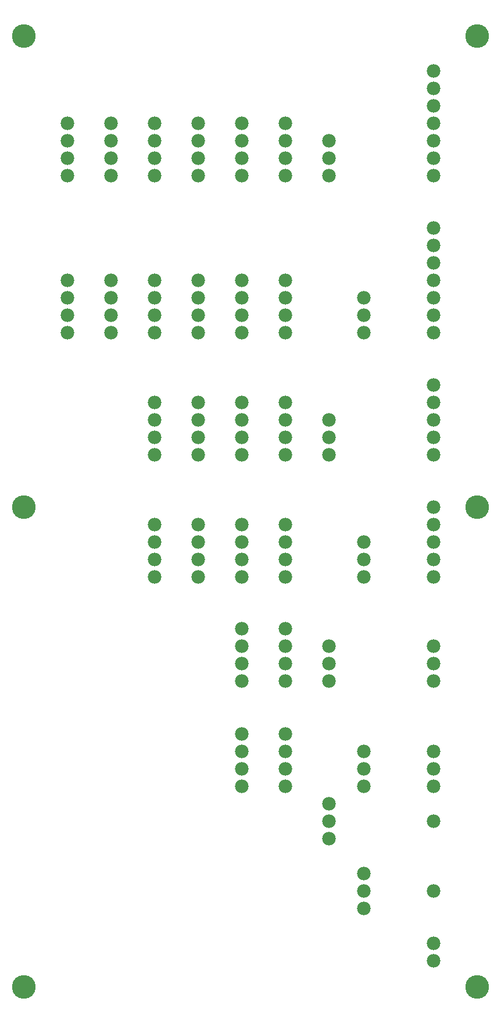
<source format=gts>
G04 MADE WITH FRITZING*
G04 WWW.FRITZING.ORG*
G04 DOUBLE SIDED*
G04 HOLES PLATED*
G04 CONTOUR ON CENTER OF CONTOUR VECTOR*
%ASAXBY*%
%FSLAX23Y23*%
%MOIN*%
%OFA0B0*%
%SFA1.0B1.0*%
%ADD10C,0.077559*%
%ADD11C,0.135984*%
%LNMASK1*%
G90*
G70*
G54D10*
X2475Y368D03*
X2475Y268D03*
X2075Y4068D03*
X2075Y3968D03*
X2075Y3868D03*
X1875Y4968D03*
X1875Y4868D03*
X1875Y4768D03*
X1375Y1568D03*
X1375Y1468D03*
X1375Y1368D03*
X1375Y1268D03*
X1625Y1568D03*
X1625Y1468D03*
X1625Y1368D03*
X1625Y1268D03*
X1626Y2169D03*
X1626Y2069D03*
X1626Y1969D03*
X1626Y1869D03*
X1376Y2169D03*
X1376Y2069D03*
X1376Y1969D03*
X1376Y1869D03*
X1125Y2768D03*
X1125Y2668D03*
X1125Y2568D03*
X1125Y2468D03*
X1625Y2768D03*
X1625Y2668D03*
X1625Y2568D03*
X1625Y2468D03*
X1375Y2768D03*
X1375Y2668D03*
X1375Y2568D03*
X1375Y2468D03*
X875Y2768D03*
X875Y2668D03*
X875Y2568D03*
X875Y2468D03*
X1625Y3468D03*
X1625Y3368D03*
X1625Y3268D03*
X1625Y3168D03*
X875Y3468D03*
X875Y3368D03*
X875Y3268D03*
X875Y3168D03*
X1125Y3468D03*
X1125Y3368D03*
X1125Y3268D03*
X1125Y3168D03*
X1375Y3468D03*
X1375Y3368D03*
X1375Y3268D03*
X1375Y3168D03*
X375Y4168D03*
X375Y4068D03*
X375Y3968D03*
X375Y3868D03*
X1625Y4168D03*
X1625Y4068D03*
X1625Y3968D03*
X1625Y3868D03*
X625Y4168D03*
X625Y4068D03*
X625Y3968D03*
X625Y3868D03*
X1375Y4168D03*
X1375Y4068D03*
X1375Y3968D03*
X1375Y3868D03*
X875Y4168D03*
X875Y4068D03*
X875Y3968D03*
X875Y3868D03*
X1125Y4168D03*
X1125Y4068D03*
X1125Y3968D03*
X1125Y3868D03*
X375Y5068D03*
X375Y4968D03*
X375Y4868D03*
X375Y4768D03*
X625Y5068D03*
X625Y4968D03*
X625Y4868D03*
X625Y4768D03*
X875Y5068D03*
X875Y4968D03*
X875Y4868D03*
X875Y4768D03*
X1125Y5068D03*
X1125Y4968D03*
X1125Y4868D03*
X1125Y4768D03*
X1375Y5068D03*
X1375Y4968D03*
X1375Y4868D03*
X1375Y4768D03*
X1625Y5068D03*
X1625Y4968D03*
X1625Y4868D03*
X1625Y4768D03*
X2475Y5368D03*
X2475Y5268D03*
X2475Y5168D03*
X2475Y5068D03*
X2475Y4968D03*
X2475Y4868D03*
X2475Y4768D03*
X2475Y1068D03*
X2475Y2868D03*
X2475Y2768D03*
X2475Y2668D03*
X2475Y2568D03*
X2475Y2468D03*
X2475Y4468D03*
X2475Y4368D03*
X2475Y4268D03*
X2475Y4168D03*
X2475Y4068D03*
X2475Y3968D03*
X2475Y3868D03*
X2475Y3568D03*
X2475Y3468D03*
X2475Y3368D03*
X2475Y3268D03*
X2475Y3168D03*
X2475Y1468D03*
X2475Y1368D03*
X2475Y1268D03*
X2475Y668D03*
X2476Y2069D03*
X2476Y1969D03*
X2476Y1869D03*
G54D11*
X125Y5568D03*
X2725Y2868D03*
X2725Y5568D03*
X125Y2868D03*
X125Y118D03*
X2725Y118D03*
G54D10*
X1875Y3368D03*
X1875Y3268D03*
X1875Y3168D03*
X2075Y2668D03*
X2075Y2568D03*
X2075Y2468D03*
X1876Y2069D03*
X1876Y1969D03*
X1876Y1869D03*
X2075Y1468D03*
X2075Y1368D03*
X2075Y1268D03*
X1875Y1168D03*
X1875Y1068D03*
X1875Y968D03*
X2075Y768D03*
X2075Y668D03*
X2075Y568D03*
G04 End of Mask1*
M02*
</source>
